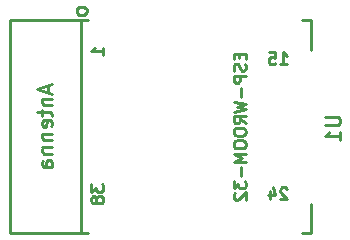
<source format=gbr>
G04 #@! TF.GenerationSoftware,KiCad,Pcbnew,5.1.4*
G04 #@! TF.CreationDate,2019-12-21T01:28:04+01:00*
G04 #@! TF.ProjectId,antivol,616e7469-766f-46c2-9e6b-696361645f70,rev?*
G04 #@! TF.SameCoordinates,Original*
G04 #@! TF.FileFunction,Legend,Bot*
G04 #@! TF.FilePolarity,Positive*
%FSLAX46Y46*%
G04 Gerber Fmt 4.6, Leading zero omitted, Abs format (unit mm)*
G04 Created by KiCad (PCBNEW 5.1.4) date 2019-12-21 01:28:04*
%MOMM*%
%LPD*%
G04 APERTURE LIST*
%ADD10C,0.254000*%
G04 APERTURE END LIST*
D10*
X69495000Y-114710000D02*
X69495000Y-114110000D01*
X69495000Y-100410000D02*
X69495000Y-101060000D01*
X43995000Y-98560000D02*
X50615000Y-98560000D01*
X69495000Y-116560000D02*
X68745000Y-116560000D01*
X69495000Y-116560000D02*
X69495000Y-114110000D01*
X69495000Y-98560000D02*
X69495000Y-101060000D01*
X69495000Y-98560000D02*
X68745000Y-98560000D01*
X43995000Y-116560000D02*
X50615000Y-116560000D01*
X49995000Y-98560000D02*
X49995000Y-116560000D01*
X43995000Y-98560000D02*
X43995000Y-116560000D01*
X70678523Y-106728380D02*
X71706619Y-106728380D01*
X71827571Y-106788857D01*
X71888047Y-106849333D01*
X71948523Y-106970285D01*
X71948523Y-107212190D01*
X71888047Y-107333142D01*
X71827571Y-107393619D01*
X71706619Y-107454095D01*
X70678523Y-107454095D01*
X71948523Y-108724095D02*
X71948523Y-107998380D01*
X71948523Y-108361238D02*
X70678523Y-108361238D01*
X70859952Y-108240285D01*
X70980904Y-108119333D01*
X71041380Y-107998380D01*
X67454095Y-112815380D02*
X67405714Y-112767000D01*
X67308952Y-112718619D01*
X67067047Y-112718619D01*
X66970285Y-112767000D01*
X66921904Y-112815380D01*
X66873523Y-112912142D01*
X66873523Y-113008904D01*
X66921904Y-113154047D01*
X67502476Y-113734619D01*
X66873523Y-113734619D01*
X66002666Y-113057285D02*
X66002666Y-113734619D01*
X66244571Y-112670238D02*
X66486476Y-113395952D01*
X65857523Y-113395952D01*
X66873523Y-102304619D02*
X67454095Y-102304619D01*
X67163809Y-102304619D02*
X67163809Y-101288619D01*
X67260571Y-101433761D01*
X67357333Y-101530523D01*
X67454095Y-101578904D01*
X65954285Y-101288619D02*
X66438095Y-101288619D01*
X66486476Y-101772428D01*
X66438095Y-101724047D01*
X66341333Y-101675666D01*
X66099428Y-101675666D01*
X66002666Y-101724047D01*
X65954285Y-101772428D01*
X65905904Y-101869190D01*
X65905904Y-102111095D01*
X65954285Y-102207857D01*
X66002666Y-102256238D01*
X66099428Y-102304619D01*
X66341333Y-102304619D01*
X66438095Y-102256238D01*
X66486476Y-102207857D01*
X50883619Y-112452523D02*
X50883619Y-113081476D01*
X51270666Y-112742809D01*
X51270666Y-112887952D01*
X51319047Y-112984714D01*
X51367428Y-113033095D01*
X51464190Y-113081476D01*
X51706095Y-113081476D01*
X51802857Y-113033095D01*
X51851238Y-112984714D01*
X51899619Y-112887952D01*
X51899619Y-112597666D01*
X51851238Y-112500904D01*
X51802857Y-112452523D01*
X51319047Y-113662047D02*
X51270666Y-113565285D01*
X51222285Y-113516904D01*
X51125523Y-113468523D01*
X51077142Y-113468523D01*
X50980380Y-113516904D01*
X50932000Y-113565285D01*
X50883619Y-113662047D01*
X50883619Y-113855571D01*
X50932000Y-113952333D01*
X50980380Y-114000714D01*
X51077142Y-114049095D01*
X51125523Y-114049095D01*
X51222285Y-114000714D01*
X51270666Y-113952333D01*
X51319047Y-113855571D01*
X51319047Y-113662047D01*
X51367428Y-113565285D01*
X51415809Y-113516904D01*
X51512571Y-113468523D01*
X51706095Y-113468523D01*
X51802857Y-113516904D01*
X51851238Y-113565285D01*
X51899619Y-113662047D01*
X51899619Y-113855571D01*
X51851238Y-113952333D01*
X51802857Y-114000714D01*
X51706095Y-114049095D01*
X51512571Y-114049095D01*
X51415809Y-114000714D01*
X51367428Y-113952333D01*
X51319047Y-113855571D01*
X51899619Y-101500285D02*
X51899619Y-100919714D01*
X51899619Y-101210000D02*
X50883619Y-101210000D01*
X51028761Y-101113238D01*
X51125523Y-101016476D01*
X51173904Y-100919714D01*
X63432428Y-101391428D02*
X63432428Y-101730095D01*
X63964619Y-101875238D02*
X63964619Y-101391428D01*
X62948619Y-101391428D01*
X62948619Y-101875238D01*
X63916238Y-102262285D02*
X63964619Y-102407428D01*
X63964619Y-102649333D01*
X63916238Y-102746095D01*
X63867857Y-102794476D01*
X63771095Y-102842857D01*
X63674333Y-102842857D01*
X63577571Y-102794476D01*
X63529190Y-102746095D01*
X63480809Y-102649333D01*
X63432428Y-102455809D01*
X63384047Y-102359047D01*
X63335666Y-102310666D01*
X63238904Y-102262285D01*
X63142142Y-102262285D01*
X63045380Y-102310666D01*
X62997000Y-102359047D01*
X62948619Y-102455809D01*
X62948619Y-102697714D01*
X62997000Y-102842857D01*
X63964619Y-103278285D02*
X62948619Y-103278285D01*
X62948619Y-103665333D01*
X62997000Y-103762095D01*
X63045380Y-103810476D01*
X63142142Y-103858857D01*
X63287285Y-103858857D01*
X63384047Y-103810476D01*
X63432428Y-103762095D01*
X63480809Y-103665333D01*
X63480809Y-103278285D01*
X63577571Y-104294285D02*
X63577571Y-105068380D01*
X62948619Y-105455428D02*
X63964619Y-105697333D01*
X63238904Y-105890857D01*
X63964619Y-106084380D01*
X62948619Y-106326285D01*
X63964619Y-107293904D02*
X63480809Y-106955238D01*
X63964619Y-106713333D02*
X62948619Y-106713333D01*
X62948619Y-107100380D01*
X62997000Y-107197142D01*
X63045380Y-107245523D01*
X63142142Y-107293904D01*
X63287285Y-107293904D01*
X63384047Y-107245523D01*
X63432428Y-107197142D01*
X63480809Y-107100380D01*
X63480809Y-106713333D01*
X62948619Y-107922857D02*
X62948619Y-108116380D01*
X62997000Y-108213142D01*
X63093761Y-108309904D01*
X63287285Y-108358285D01*
X63625952Y-108358285D01*
X63819476Y-108309904D01*
X63916238Y-108213142D01*
X63964619Y-108116380D01*
X63964619Y-107922857D01*
X63916238Y-107826095D01*
X63819476Y-107729333D01*
X63625952Y-107680952D01*
X63287285Y-107680952D01*
X63093761Y-107729333D01*
X62997000Y-107826095D01*
X62948619Y-107922857D01*
X62948619Y-108987238D02*
X62948619Y-109180761D01*
X62997000Y-109277523D01*
X63093761Y-109374285D01*
X63287285Y-109422666D01*
X63625952Y-109422666D01*
X63819476Y-109374285D01*
X63916238Y-109277523D01*
X63964619Y-109180761D01*
X63964619Y-108987238D01*
X63916238Y-108890476D01*
X63819476Y-108793714D01*
X63625952Y-108745333D01*
X63287285Y-108745333D01*
X63093761Y-108793714D01*
X62997000Y-108890476D01*
X62948619Y-108987238D01*
X63964619Y-109858095D02*
X62948619Y-109858095D01*
X63674333Y-110196761D01*
X62948619Y-110535428D01*
X63964619Y-110535428D01*
X63577571Y-111019238D02*
X63577571Y-111793333D01*
X62948619Y-112180380D02*
X62948619Y-112809333D01*
X63335666Y-112470666D01*
X63335666Y-112615809D01*
X63384047Y-112712571D01*
X63432428Y-112760952D01*
X63529190Y-112809333D01*
X63771095Y-112809333D01*
X63867857Y-112760952D01*
X63916238Y-112712571D01*
X63964619Y-112615809D01*
X63964619Y-112325523D01*
X63916238Y-112228761D01*
X63867857Y-112180380D01*
X63045380Y-113196380D02*
X62997000Y-113244761D01*
X62948619Y-113341523D01*
X62948619Y-113583428D01*
X62997000Y-113680190D01*
X63045380Y-113728571D01*
X63142142Y-113776952D01*
X63238904Y-113776952D01*
X63384047Y-113728571D01*
X63964619Y-113148000D01*
X63964619Y-113776952D01*
X47206666Y-104052380D02*
X47206666Y-104657142D01*
X47569523Y-103931428D02*
X46299523Y-104354761D01*
X47569523Y-104778095D01*
X46722857Y-105201428D02*
X47569523Y-105201428D01*
X46843809Y-105201428D02*
X46783333Y-105261904D01*
X46722857Y-105382857D01*
X46722857Y-105564285D01*
X46783333Y-105685238D01*
X46904285Y-105745714D01*
X47569523Y-105745714D01*
X46722857Y-106169047D02*
X46722857Y-106652857D01*
X46299523Y-106350476D02*
X47388095Y-106350476D01*
X47509047Y-106410952D01*
X47569523Y-106531904D01*
X47569523Y-106652857D01*
X47509047Y-107560000D02*
X47569523Y-107439047D01*
X47569523Y-107197142D01*
X47509047Y-107076190D01*
X47388095Y-107015714D01*
X46904285Y-107015714D01*
X46783333Y-107076190D01*
X46722857Y-107197142D01*
X46722857Y-107439047D01*
X46783333Y-107559999D01*
X46904285Y-107620476D01*
X47025238Y-107620476D01*
X47146190Y-107015714D01*
X46722857Y-108164761D02*
X47569523Y-108164761D01*
X46843809Y-108164761D02*
X46783333Y-108225238D01*
X46722857Y-108346190D01*
X46722857Y-108527619D01*
X46783333Y-108648571D01*
X46904285Y-108709047D01*
X47569523Y-108709047D01*
X46722857Y-109313809D02*
X47569523Y-109313809D01*
X46843809Y-109313809D02*
X46783333Y-109374285D01*
X46722857Y-109495238D01*
X46722857Y-109676666D01*
X46783333Y-109797619D01*
X46904285Y-109858095D01*
X47569523Y-109858095D01*
X47569523Y-111007142D02*
X46904285Y-111007142D01*
X46783333Y-110946666D01*
X46722857Y-110825714D01*
X46722857Y-110583809D01*
X46783333Y-110462857D01*
X47509047Y-111007142D02*
X47569523Y-110886190D01*
X47569523Y-110583809D01*
X47509047Y-110462857D01*
X47388095Y-110402380D01*
X47267142Y-110402380D01*
X47146190Y-110462857D01*
X47085714Y-110583809D01*
X47085714Y-110886190D01*
X47025238Y-111007142D01*
X50490523Y-97690285D02*
X50430047Y-97569333D01*
X50369571Y-97508857D01*
X50248619Y-97448380D01*
X49885761Y-97448380D01*
X49764809Y-97508857D01*
X49704333Y-97569333D01*
X49643857Y-97690285D01*
X49643857Y-97871714D01*
X49704333Y-97992666D01*
X49764809Y-98053142D01*
X49885761Y-98113619D01*
X50248619Y-98113619D01*
X50369571Y-98053142D01*
X50430047Y-97992666D01*
X50490523Y-97871714D01*
X50490523Y-97690285D01*
M02*

</source>
